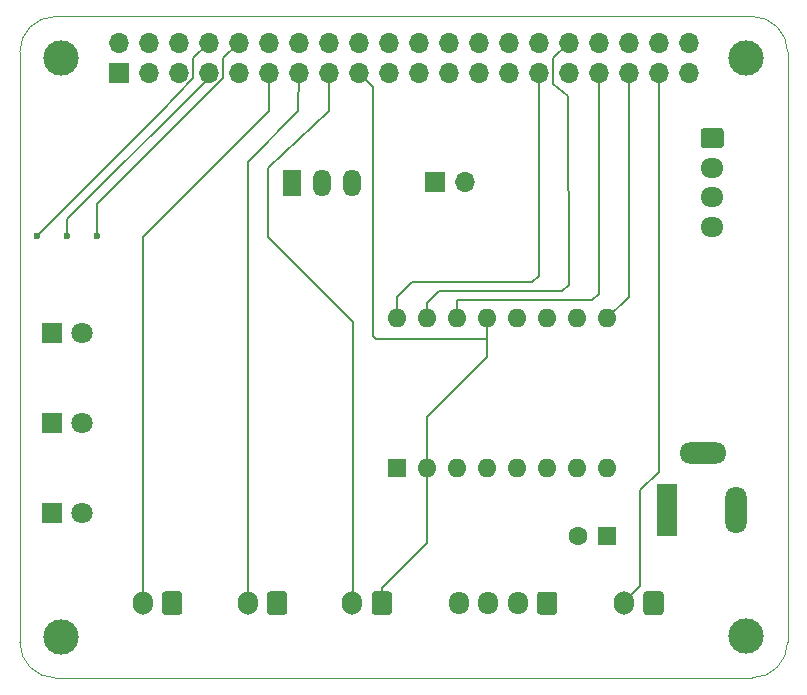
<source format=gbr>
G04 #@! TF.GenerationSoftware,KiCad,Pcbnew,5.1.9*
G04 #@! TF.CreationDate,2021-02-18T13:11:15+01:00*
G04 #@! TF.ProjectId,raspberrypi_hat,72617370-6265-4727-9279-70695f686174,rev?*
G04 #@! TF.SameCoordinates,Original*
G04 #@! TF.FileFunction,Copper,L2,Bot*
G04 #@! TF.FilePolarity,Positive*
%FSLAX46Y46*%
G04 Gerber Fmt 4.6, Leading zero omitted, Abs format (unit mm)*
G04 Created by KiCad (PCBNEW 5.1.9) date 2021-02-18 13:11:15*
%MOMM*%
%LPD*%
G01*
G04 APERTURE LIST*
G04 #@! TA.AperFunction,Profile*
%ADD10C,0.100000*%
G04 #@! TD*
G04 #@! TA.AperFunction,ComponentPad*
%ADD11R,1.600000X1.600000*%
G04 #@! TD*
G04 #@! TA.AperFunction,ComponentPad*
%ADD12C,1.600000*%
G04 #@! TD*
G04 #@! TA.AperFunction,ComponentPad*
%ADD13O,1.600000X1.600000*%
G04 #@! TD*
G04 #@! TA.AperFunction,ComponentPad*
%ADD14C,1.800000*%
G04 #@! TD*
G04 #@! TA.AperFunction,ComponentPad*
%ADD15R,1.800000X1.800000*%
G04 #@! TD*
G04 #@! TA.AperFunction,ComponentPad*
%ADD16O,1.700000X2.000000*%
G04 #@! TD*
G04 #@! TA.AperFunction,ComponentPad*
%ADD17R,1.700000X1.700000*%
G04 #@! TD*
G04 #@! TA.AperFunction,ComponentPad*
%ADD18O,1.700000X1.700000*%
G04 #@! TD*
G04 #@! TA.AperFunction,WasherPad*
%ADD19C,3.000000*%
G04 #@! TD*
G04 #@! TA.AperFunction,ComponentPad*
%ADD20R,1.500000X2.300000*%
G04 #@! TD*
G04 #@! TA.AperFunction,ComponentPad*
%ADD21O,1.500000X2.300000*%
G04 #@! TD*
G04 #@! TA.AperFunction,ComponentPad*
%ADD22O,1.700000X1.950000*%
G04 #@! TD*
G04 #@! TA.AperFunction,ComponentPad*
%ADD23O,1.950000X1.700000*%
G04 #@! TD*
G04 #@! TA.AperFunction,ComponentPad*
%ADD24O,4.000000X1.800000*%
G04 #@! TD*
G04 #@! TA.AperFunction,ComponentPad*
%ADD25O,1.800000X4.000000*%
G04 #@! TD*
G04 #@! TA.AperFunction,ComponentPad*
%ADD26R,1.800000X4.400000*%
G04 #@! TD*
G04 #@! TA.AperFunction,ViaPad*
%ADD27C,0.600000*%
G04 #@! TD*
G04 #@! TA.AperFunction,Conductor*
%ADD28C,0.200000*%
G04 #@! TD*
G04 APERTURE END LIST*
D10*
X78546356Y-63817611D02*
X78546361Y-113812375D01*
X78546356Y-63817611D02*
G75*
G02*
X81546356Y-60817611I3000000J0D01*
G01*
X140546356Y-60817611D02*
X81546356Y-60817611D01*
X140546356Y-60817611D02*
G75*
G02*
X143546356Y-63817611I0J-3000000D01*
G01*
X143546356Y-113817611D02*
X143546356Y-63817611D01*
X81546361Y-116812375D02*
G75*
G02*
X78546361Y-113812375I0J3000000D01*
G01*
X81546361Y-116812375D02*
X140546361Y-116812375D01*
X143546356Y-113817611D02*
G75*
G02*
X140546361Y-116812375I-2999995J5236D01*
G01*
D11*
X128300000Y-104800000D03*
D12*
X125800000Y-104800000D03*
D11*
X110490000Y-99060000D03*
D13*
X128270000Y-86360000D03*
X113030000Y-99060000D03*
X125730000Y-86360000D03*
X115570000Y-99060000D03*
X123190000Y-86360000D03*
X118110000Y-99060000D03*
X120650000Y-86360000D03*
X120650000Y-99060000D03*
X118110000Y-86360000D03*
X123190000Y-99060000D03*
X115570000Y-86360000D03*
X125730000Y-99060000D03*
X113030000Y-86360000D03*
X128270000Y-99060000D03*
X110490000Y-86360000D03*
D14*
X83820000Y-102870000D03*
D15*
X81280000Y-102870000D03*
D16*
X88940000Y-110490000D03*
G04 #@! TA.AperFunction,ComponentPad*
G36*
G01*
X92290000Y-109740000D02*
X92290000Y-111240000D01*
G75*
G02*
X92040000Y-111490000I-250000J0D01*
G01*
X90840000Y-111490000D01*
G75*
G02*
X90590000Y-111240000I0J250000D01*
G01*
X90590000Y-109740000D01*
G75*
G02*
X90840000Y-109490000I250000J0D01*
G01*
X92040000Y-109490000D01*
G75*
G02*
X92290000Y-109740000I0J-250000D01*
G01*
G37*
G04 #@! TD.AperFunction*
D17*
X86920000Y-65590000D03*
D18*
X86920000Y-63050000D03*
X89460000Y-65590000D03*
X89460000Y-63050000D03*
X92000000Y-65590000D03*
X92000000Y-63050000D03*
X94540000Y-65590000D03*
X94540000Y-63050000D03*
X97080000Y-65590000D03*
X97080000Y-63050000D03*
X99620000Y-65590000D03*
X99620000Y-63050000D03*
X102160000Y-65590000D03*
X102160000Y-63050000D03*
X104700000Y-65590000D03*
X104700000Y-63050000D03*
X107240000Y-65590000D03*
X107240000Y-63050000D03*
X109780000Y-65590000D03*
X109780000Y-63050000D03*
X112320000Y-65590000D03*
X112320000Y-63050000D03*
X114860000Y-65590000D03*
X114860000Y-63050000D03*
X117400000Y-65590000D03*
X117400000Y-63050000D03*
X119940000Y-65590000D03*
X119940000Y-63050000D03*
X122480000Y-65590000D03*
X122480000Y-63050000D03*
X125020000Y-65590000D03*
X125020000Y-63050000D03*
X127560000Y-65590000D03*
X127560000Y-63050000D03*
X130100000Y-65590000D03*
X130100000Y-63050000D03*
X132640000Y-65590000D03*
X132640000Y-63050000D03*
X135180000Y-65590000D03*
X135180000Y-63050000D03*
D17*
X113700000Y-74800000D03*
D18*
X116240000Y-74800000D03*
D19*
X82040000Y-64310000D03*
X140040000Y-64330000D03*
X82040000Y-113320000D03*
X140030000Y-113310000D03*
D20*
X101600000Y-74930000D03*
D21*
X104140000Y-74930000D03*
X106680000Y-74930000D03*
D15*
X81280000Y-87630000D03*
D14*
X83820000Y-87630000D03*
D15*
X81280000Y-95250000D03*
D14*
X83820000Y-95250000D03*
D22*
X115690000Y-110490000D03*
X118190000Y-110490000D03*
X120690000Y-110490000D03*
G04 #@! TA.AperFunction,ComponentPad*
G36*
G01*
X124040000Y-109765000D02*
X124040000Y-111215000D01*
G75*
G02*
X123790000Y-111465000I-250000J0D01*
G01*
X122590000Y-111465000D01*
G75*
G02*
X122340000Y-111215000I0J250000D01*
G01*
X122340000Y-109765000D01*
G75*
G02*
X122590000Y-109515000I250000J0D01*
G01*
X123790000Y-109515000D01*
G75*
G02*
X124040000Y-109765000I0J-250000D01*
G01*
G37*
G04 #@! TD.AperFunction*
G04 #@! TA.AperFunction,ComponentPad*
G36*
G01*
X136435000Y-70270000D02*
X137885000Y-70270000D01*
G75*
G02*
X138135000Y-70520000I0J-250000D01*
G01*
X138135000Y-71720000D01*
G75*
G02*
X137885000Y-71970000I-250000J0D01*
G01*
X136435000Y-71970000D01*
G75*
G02*
X136185000Y-71720000I0J250000D01*
G01*
X136185000Y-70520000D01*
G75*
G02*
X136435000Y-70270000I250000J0D01*
G01*
G37*
G04 #@! TD.AperFunction*
D23*
X137160000Y-73620000D03*
X137160000Y-76120000D03*
X137160000Y-78620000D03*
G04 #@! TA.AperFunction,ComponentPad*
G36*
G01*
X101180000Y-109740000D02*
X101180000Y-111240000D01*
G75*
G02*
X100930000Y-111490000I-250000J0D01*
G01*
X99730000Y-111490000D01*
G75*
G02*
X99480000Y-111240000I0J250000D01*
G01*
X99480000Y-109740000D01*
G75*
G02*
X99730000Y-109490000I250000J0D01*
G01*
X100930000Y-109490000D01*
G75*
G02*
X101180000Y-109740000I0J-250000D01*
G01*
G37*
G04 #@! TD.AperFunction*
D16*
X97830000Y-110490000D03*
X129700000Y-110500000D03*
G04 #@! TA.AperFunction,ComponentPad*
G36*
G01*
X133050000Y-109750000D02*
X133050000Y-111250000D01*
G75*
G02*
X132800000Y-111500000I-250000J0D01*
G01*
X131600000Y-111500000D01*
G75*
G02*
X131350000Y-111250000I0J250000D01*
G01*
X131350000Y-109750000D01*
G75*
G02*
X131600000Y-109500000I250000J0D01*
G01*
X132800000Y-109500000D01*
G75*
G02*
X133050000Y-109750000I0J-250000D01*
G01*
G37*
G04 #@! TD.AperFunction*
G04 #@! TA.AperFunction,ComponentPad*
G36*
G01*
X110050000Y-109740000D02*
X110050000Y-111240000D01*
G75*
G02*
X109800000Y-111490000I-250000J0D01*
G01*
X108600000Y-111490000D01*
G75*
G02*
X108350000Y-111240000I0J250000D01*
G01*
X108350000Y-109740000D01*
G75*
G02*
X108600000Y-109490000I250000J0D01*
G01*
X109800000Y-109490000D01*
G75*
G02*
X110050000Y-109740000I0J-250000D01*
G01*
G37*
G04 #@! TD.AperFunction*
X106700000Y-110490000D03*
D24*
X136350000Y-97816000D03*
D25*
X139150000Y-102616000D03*
D26*
X133350000Y-102616000D03*
D27*
X82550000Y-79375000D03*
X85090000Y-79375000D03*
X80010000Y-79375000D03*
D28*
X118110000Y-89662000D02*
X113030000Y-94742000D01*
X113030000Y-94742000D02*
X113030000Y-99060000D01*
X118110000Y-86360000D02*
X118110000Y-88138000D01*
X118110000Y-88138000D02*
X118110000Y-89662000D01*
X108458000Y-66808000D02*
X107240000Y-65590000D01*
X108458000Y-87884000D02*
X108458000Y-66808000D01*
X108712000Y-88138000D02*
X108458000Y-87884000D01*
X118110000Y-88138000D02*
X108712000Y-88138000D01*
X109220000Y-110490000D02*
X109220000Y-109220000D01*
X113030000Y-105410000D02*
X113030000Y-99060000D01*
X109220000Y-109220000D02*
X113030000Y-105410000D01*
X130100000Y-84530000D02*
X128270000Y-86360000D01*
X130100000Y-65590000D02*
X130100000Y-84530000D01*
X115570000Y-84836000D02*
X115570000Y-86360000D01*
X127000000Y-84836000D02*
X115570000Y-84836000D01*
X127560000Y-84276000D02*
X127000000Y-84836000D01*
X127560000Y-65590000D02*
X127560000Y-84276000D01*
X123698000Y-66548000D02*
X123698000Y-64372000D01*
X124968000Y-67564000D02*
X123698000Y-66548000D01*
X124460000Y-84074000D02*
X125020000Y-83514000D01*
X125020000Y-83514000D02*
X124968000Y-67564000D01*
X114046000Y-84074000D02*
X124460000Y-84074000D01*
X123698000Y-64372000D02*
X125020000Y-63050000D01*
X113030000Y-85090000D02*
X114046000Y-84074000D01*
X113030000Y-86360000D02*
X113030000Y-85090000D01*
X122480000Y-65590000D02*
X122480000Y-82752000D01*
X122480000Y-82752000D02*
X121920000Y-83312000D01*
X121920000Y-83312000D02*
X111760000Y-83312000D01*
X110490000Y-84582000D02*
X110490000Y-86360000D01*
X111760000Y-83312000D02*
X110490000Y-84582000D01*
X94540000Y-65988000D02*
X94540000Y-65590000D01*
X82550000Y-77978000D02*
X94540000Y-65988000D01*
X82550000Y-79375000D02*
X82550000Y-77978000D01*
X95758000Y-64372000D02*
X97080000Y-63050000D01*
X95758000Y-66040000D02*
X95758000Y-64372000D01*
X85090000Y-76708000D02*
X95758000Y-66040000D01*
X85090000Y-79375000D02*
X85090000Y-76708000D01*
X90487500Y-68897500D02*
X80010000Y-79375000D01*
X93218000Y-66040000D02*
X90487500Y-68897500D01*
X93218000Y-64372000D02*
X94540000Y-63050000D01*
X93218000Y-66040000D02*
X93218000Y-64372000D01*
X99620000Y-65590000D02*
X99620000Y-68782000D01*
X88940000Y-79462000D02*
X88940000Y-110490000D01*
X99620000Y-68782000D02*
X88940000Y-79462000D01*
X104648000Y-65642000D02*
X104700000Y-65590000D01*
X99568000Y-73660000D02*
X99568000Y-79502000D01*
X106720000Y-86654000D02*
X106720000Y-110490000D01*
X104700000Y-68834000D02*
X99568000Y-73660000D01*
X99568000Y-79502000D02*
X106720000Y-86654000D01*
X104700000Y-65590000D02*
X104700000Y-68834000D01*
X102108000Y-68834000D02*
X102160000Y-65590000D01*
X97830000Y-73152000D02*
X102108000Y-68834000D01*
X97830000Y-110490000D02*
X97830000Y-73152000D01*
X129580000Y-110490000D02*
X129794000Y-110276000D01*
X132640000Y-65590000D02*
X132640000Y-99366000D01*
X132640000Y-99366000D02*
X131064000Y-100942000D01*
X131064000Y-109006000D02*
X129580000Y-110490000D01*
X131064000Y-100942000D02*
X131064000Y-109006000D01*
M02*

</source>
